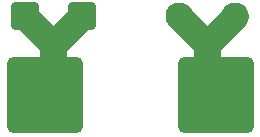
<source format=gbr>
%TF.GenerationSoftware,KiCad,Pcbnew,(7.0.0-0)*%
%TF.CreationDate,2023-02-24T10:49:41-08:00*%
%TF.ProjectId,mixpre-sled_power-board,6d697870-7265-42d7-936c-65645f706f77,rev?*%
%TF.SameCoordinates,Original*%
%TF.FileFunction,Copper,L2,Bot*%
%TF.FilePolarity,Positive*%
%FSLAX46Y46*%
G04 Gerber Fmt 4.6, Leading zero omitted, Abs format (unit mm)*
G04 Created by KiCad (PCBNEW (7.0.0-0)) date 2023-02-24 10:49:41*
%MOMM*%
%LPD*%
G01*
G04 APERTURE LIST*
G04 Aperture macros list*
%AMRoundRect*
0 Rectangle with rounded corners*
0 $1 Rounding radius*
0 $2 $3 $4 $5 $6 $7 $8 $9 X,Y pos of 4 corners*
0 Add a 4 corners polygon primitive as box body*
4,1,4,$2,$3,$4,$5,$6,$7,$8,$9,$2,$3,0*
0 Add four circle primitives for the rounded corners*
1,1,$1+$1,$2,$3*
1,1,$1+$1,$4,$5*
1,1,$1+$1,$6,$7*
1,1,$1+$1,$8,$9*
0 Add four rect primitives between the rounded corners*
20,1,$1+$1,$2,$3,$4,$5,0*
20,1,$1+$1,$4,$5,$6,$7,0*
20,1,$1+$1,$6,$7,$8,$9,0*
20,1,$1+$1,$8,$9,$2,$3,0*%
G04 Aperture macros list end*
%TA.AperFunction,SMDPad,CuDef*%
%ADD10RoundRect,0.650000X2.600000X2.600000X-2.600000X2.600000X-2.600000X-2.600000X2.600000X-2.600000X0*%
%TD*%
%TA.AperFunction,ComponentPad*%
%ADD11RoundRect,0.250001X0.899999X0.899999X-0.899999X0.899999X-0.899999X-0.899999X0.899999X-0.899999X0*%
%TD*%
%TA.AperFunction,ComponentPad*%
%ADD12RoundRect,0.250000X0.900000X0.900000X-0.900000X0.900000X-0.900000X-0.900000X0.900000X-0.900000X0*%
%TD*%
%TA.AperFunction,ComponentPad*%
%ADD13C,2.300000*%
%TD*%
%TA.AperFunction,ViaPad*%
%ADD14C,2.000000*%
%TD*%
%TA.AperFunction,Conductor*%
%ADD15C,2.300000*%
%TD*%
G04 APERTURE END LIST*
D10*
%TO.P,OUT_NEG1,1,1*%
%TO.N,Net-(S2-Pin_1)*%
X3750000Y-9500000D03*
%TD*%
%TO.P,OUT_POS1,1,1*%
%TO.N,Net-(S1-Pin_1)*%
X18250000Y-9500000D03*
%TD*%
D11*
%TO.P,S2,1,Pin_1*%
%TO.N,Net-(S2-Pin_1)*%
X6900000Y-2800000D03*
D12*
%TO.P,S2,2,Pin_2*%
X2100000Y-2800000D03*
%TD*%
D13*
%TO.P,S1,2,Pin_2*%
%TO.N,Net-(S1-Pin_1)*%
X15100000Y-2800000D03*
%TO.P,S1,1,Pin_1*%
X19900000Y-2800000D03*
%TD*%
D14*
%TO.N,Net-(S1-Pin_1)*%
X18250000Y-9500000D03*
%TO.N,Net-(S2-Pin_1)*%
X3750000Y-9500000D03*
%TD*%
D15*
%TO.N,Net-(S1-Pin_1)*%
X15100000Y-2800000D02*
X17500000Y-5200000D01*
X17500000Y-9800000D02*
X17500000Y-5200000D01*
X17500000Y-5200000D02*
X19900000Y-2800000D01*
%TO.N,Net-(S2-Pin_1)*%
X4500000Y-5200000D02*
X4500000Y-9800000D01*
X6900000Y-2800000D02*
X4500000Y-5200000D01*
X2100000Y-2800000D02*
X4500000Y-5200000D01*
%TD*%
M02*

</source>
